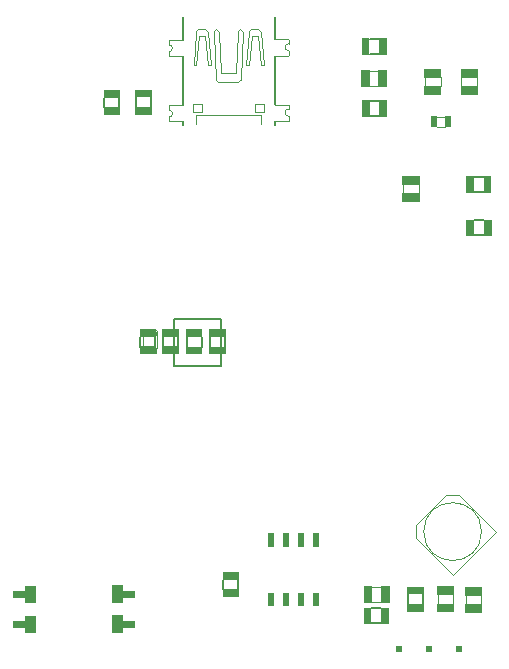
<source format=gbr>
G04 #@! TF.FileFunction,Drawing*
%FSLAX46Y46*%
G04 Gerber Fmt 4.6, Leading zero omitted, Abs format (unit mm)*
G04 Created by KiCad (PCBNEW 4.0.6) date 05/08/17 07:10:38*
%MOMM*%
%LPD*%
G01*
G04 APERTURE LIST*
%ADD10C,0.100000*%
%ADD11C,0.101600*%
%ADD12C,0.127000*%
%ADD13C,0.152400*%
G04 APERTURE END LIST*
D10*
D11*
X260664500Y-126476700D02*
X260664500Y-127238700D01*
X259344500Y-126501700D02*
X259344500Y-127238700D01*
D10*
G36*
X259280600Y-125765500D02*
X259280600Y-126515600D01*
X260730700Y-126515600D01*
X260730700Y-125765500D01*
X259280600Y-125765500D01*
G37*
G36*
X259280600Y-127213300D02*
X259280600Y-127963400D01*
X260730700Y-127963400D01*
X260730700Y-127213300D01*
X259280600Y-127213300D01*
G37*
D11*
X263052100Y-126527500D02*
X263052100Y-127289500D01*
X261732100Y-126552500D02*
X261732100Y-127289500D01*
D10*
G36*
X261668200Y-125816300D02*
X261668200Y-126566400D01*
X263118300Y-126566400D01*
X263118300Y-125816300D01*
X261668200Y-125816300D01*
G37*
G36*
X261668200Y-127264100D02*
X261668200Y-128014200D01*
X263118300Y-128014200D01*
X263118300Y-127264100D01*
X261668200Y-127264100D01*
G37*
D11*
X253781500Y-125791300D02*
X254543500Y-125791300D01*
X253806500Y-127111300D02*
X254543500Y-127111300D01*
D10*
G36*
X253070300Y-127175200D02*
X253820400Y-127175200D01*
X253820400Y-125725100D01*
X253070300Y-125725100D01*
X253070300Y-127175200D01*
G37*
G36*
X254518100Y-127175200D02*
X255268200Y-127175200D01*
X255268200Y-125725100D01*
X254518100Y-125725100D01*
X254518100Y-127175200D01*
G37*
D12*
X237740300Y-80888300D02*
X237740300Y-84988300D01*
D11*
X244599400Y-81581200D02*
X244391700Y-78829800D01*
X244184100Y-78570300D02*
G75*
G02X244391700Y-78829800I-86300J-281830D01*
G01*
X243613000Y-78570300D02*
G75*
G02X244184100Y-78570300I285550J-931100D01*
G01*
X243405399Y-78829799D02*
G75*
G02X243613000Y-78570300I293900J-22331D01*
G01*
X243405400Y-78829800D02*
X243145800Y-81581200D01*
X243145800Y-81581200D02*
X243353500Y-81581200D01*
X243353500Y-81581200D02*
X243613000Y-79193200D01*
X243613000Y-79193200D02*
X244132200Y-79193200D01*
X244132200Y-79193200D02*
X244391700Y-81581200D01*
X244391700Y-81581200D02*
X244599400Y-81581200D01*
X242886200Y-78829900D02*
X242678600Y-82879100D01*
X242470899Y-83086701D02*
G75*
G03X242678600Y-82879100I-11894J219601D01*
G01*
X242678600Y-78622200D02*
G75*
G02X242886200Y-78829800I0J-207600D01*
G01*
X242470900Y-78829800D02*
G75*
G02X242678500Y-78622200I207600J0D01*
G01*
X242470900Y-78829800D02*
X242263300Y-82256100D01*
X238681400Y-81581200D02*
X238889100Y-78829800D01*
X239096700Y-78570300D02*
G75*
G03X238889100Y-78829800I86300J-281830D01*
G01*
X239667800Y-78570300D02*
G75*
G03X239096700Y-78570300I-285550J-931100D01*
G01*
X239875401Y-78829799D02*
G75*
G03X239667800Y-78570300I-293900J-22331D01*
G01*
X239875400Y-78829800D02*
X240135000Y-81581200D01*
X240135000Y-81581200D02*
X239927300Y-81581200D01*
X239927300Y-81581200D02*
X239667800Y-79193200D01*
X239667800Y-79193200D02*
X239148600Y-79193200D01*
X239148600Y-79193200D02*
X238889100Y-81581200D01*
X238889100Y-81581200D02*
X238681400Y-81581200D01*
X240394600Y-78829900D02*
X240602200Y-82879100D01*
X240809902Y-83086700D02*
G75*
G02X240602200Y-82879100I11993J219701D01*
G01*
X240809900Y-83086700D02*
X242471000Y-83086700D01*
X240602200Y-78622200D02*
G75*
G03X240394600Y-78829800I0J-207600D01*
G01*
X240809900Y-78829800D02*
G75*
G03X240602300Y-78622200I-207600J0D01*
G01*
X240809900Y-78829800D02*
X241017500Y-82256100D01*
X241017500Y-82256100D02*
X242263500Y-82256100D01*
X237760300Y-86387700D02*
X236610300Y-86387700D01*
X236610300Y-85009100D02*
X237760300Y-85009100D01*
X236590300Y-86028300D02*
G75*
G03X236590300Y-85428300I0J300000D01*
G01*
X236590300Y-86378300D02*
X236590300Y-86028300D01*
X236590300Y-85028300D02*
X236590300Y-85428300D01*
X237760300Y-80847700D02*
X236610300Y-80847700D01*
X236610300Y-79469100D02*
X237760300Y-79469100D01*
X236590300Y-80488300D02*
G75*
G03X236590300Y-79888300I0J300000D01*
G01*
X236590300Y-80838300D02*
X236590300Y-80488300D01*
X236590300Y-79488300D02*
X236590300Y-79888300D01*
X245550300Y-84988900D02*
X246700300Y-84988900D01*
X246700300Y-86367500D02*
X245550300Y-86367500D01*
X246720300Y-85348300D02*
G75*
G03X246720300Y-85948300I0J-300000D01*
G01*
X246720300Y-84998300D02*
X246720300Y-85348300D01*
X246720300Y-86348300D02*
X246720300Y-85948300D01*
X245550300Y-79448900D02*
X246700300Y-79448900D01*
X246700300Y-80827500D02*
X245550300Y-80827500D01*
X246720300Y-79808300D02*
G75*
G03X246720300Y-80408300I0J-300000D01*
G01*
X246720300Y-79458300D02*
X246720300Y-79808300D01*
X246720300Y-80808300D02*
X246720300Y-80408300D01*
D12*
X245540300Y-80838300D02*
X245540300Y-84938300D01*
D11*
X244390300Y-86628300D02*
X244390300Y-85878300D01*
X244390300Y-85878300D02*
X238890300Y-85878300D01*
X238890300Y-85878300D02*
X238890300Y-86628300D01*
X243890300Y-85628300D02*
X243890300Y-84878300D01*
X243890300Y-84878300D02*
X244640300Y-84878300D01*
X244640300Y-84878300D02*
X244640300Y-85628300D01*
X244640300Y-85628300D02*
X243890300Y-85628300D01*
X238640300Y-85628300D02*
X239390300Y-85628300D01*
X239390300Y-85628300D02*
X239390300Y-84878300D01*
X239390300Y-84878300D02*
X238640300Y-84878300D01*
X238640300Y-84878300D02*
X238640300Y-85628300D01*
D12*
X245540300Y-77528300D02*
X245540300Y-79428300D01*
X237740300Y-77528300D02*
X237740300Y-79428300D01*
X245540300Y-86728300D02*
X245540300Y-86378300D01*
X237740300Y-86728300D02*
X237740300Y-86428300D01*
D10*
G36*
X258328100Y-131353500D02*
X258836100Y-131353500D01*
X258836100Y-130845500D01*
X258328100Y-130845500D01*
X258328100Y-131353500D01*
G37*
G36*
X255788100Y-131353500D02*
X256296100Y-131353500D01*
X256296100Y-130845500D01*
X255788100Y-130845500D01*
X255788100Y-131353500D01*
G37*
G36*
X260868100Y-131353500D02*
X261376100Y-131353500D01*
X261376100Y-130845500D01*
X260868100Y-130845500D01*
X260868100Y-131353500D01*
G37*
D11*
X234635500Y-104089900D02*
G75*
G03X235335500Y-104089900I350000J0D01*
G01*
X234635500Y-106089900D02*
G75*
G02X235335500Y-106089900I350000J0D01*
G01*
X234410500Y-104564900D02*
X234410500Y-105614900D01*
X235560500Y-105589900D02*
X235560500Y-104164900D01*
X235538500Y-104239900D02*
G75*
G03X235538500Y-104239900I-103000J0D01*
G01*
D10*
G36*
X234685500Y-104589900D02*
X234360500Y-104589900D01*
X234360500Y-104089900D01*
X234685500Y-104089900D01*
X234685500Y-104589900D01*
G37*
G36*
X235310500Y-104589900D02*
X235160500Y-104589900D01*
X235160500Y-104339900D01*
X235310500Y-104339900D01*
X235310500Y-104589900D01*
G37*
G36*
X234810500Y-104589900D02*
X234660500Y-104589900D01*
X234660500Y-104339900D01*
X234810500Y-104339900D01*
X234810500Y-104589900D01*
G37*
G36*
X235185500Y-104589900D02*
X234785500Y-104589900D01*
X234785500Y-104414900D01*
X235185500Y-104414900D01*
X235185500Y-104589900D01*
G37*
G36*
X234685500Y-106089900D02*
X234360500Y-106089900D01*
X234360500Y-105589900D01*
X234685500Y-105589900D01*
X234685500Y-106089900D01*
G37*
G36*
X235610500Y-106089900D02*
X235285500Y-106089900D01*
X235285500Y-105589900D01*
X235610500Y-105589900D01*
X235610500Y-106089900D01*
G37*
G36*
X234810500Y-105839900D02*
X234660500Y-105839900D01*
X234660500Y-105589900D01*
X234810500Y-105589900D01*
X234810500Y-105839900D01*
G37*
G36*
X235310500Y-105839900D02*
X235160500Y-105839900D01*
X235160500Y-105589900D01*
X235310500Y-105589900D01*
X235310500Y-105839900D01*
G37*
G36*
X235185500Y-105764900D02*
X234785500Y-105764900D01*
X234785500Y-105589900D01*
X235185500Y-105589900D01*
X235185500Y-105764900D01*
G37*
G36*
X235585500Y-104589900D02*
X235285500Y-104589900D01*
X235285500Y-104289900D01*
X235585500Y-104289900D01*
X235585500Y-104589900D01*
G37*
G36*
X235610500Y-104164900D02*
X235385500Y-104164900D01*
X235385500Y-104089900D01*
X235610500Y-104089900D01*
X235610500Y-104164900D01*
G37*
D13*
X253574700Y-79410500D02*
X254394700Y-79410500D01*
X253574700Y-80680500D02*
X254394700Y-80680500D01*
D10*
G36*
X254391100Y-80744000D02*
X255041100Y-80744000D01*
X255041100Y-79344000D01*
X254391100Y-79344000D01*
X254391100Y-80744000D01*
G37*
G36*
X252917900Y-80744000D02*
X253567900Y-80744000D01*
X253567900Y-79344000D01*
X252917900Y-79344000D01*
X252917900Y-80744000D01*
G37*
D13*
X242462100Y-125184700D02*
X242462100Y-126004700D01*
X241192100Y-125184700D02*
X241192100Y-126004700D01*
D10*
G36*
X241128600Y-126001100D02*
X241128600Y-126651100D01*
X242528600Y-126651100D01*
X242528600Y-126001100D01*
X241128600Y-126001100D01*
G37*
G36*
X241128600Y-124527900D02*
X241128600Y-125177900D01*
X242528600Y-125177900D01*
X242528600Y-124527900D01*
X241128600Y-124527900D01*
G37*
D13*
X253727100Y-127619700D02*
X254547100Y-127619700D01*
X253727100Y-128889700D02*
X254547100Y-128889700D01*
D10*
G36*
X254543500Y-128953200D02*
X255193500Y-128953200D01*
X255193500Y-127553200D01*
X254543500Y-127553200D01*
X254543500Y-128953200D01*
G37*
G36*
X253070300Y-128953200D02*
X253720300Y-128953200D01*
X253720300Y-127553200D01*
X253070300Y-127553200D01*
X253070300Y-128953200D01*
G37*
D13*
X256854900Y-127242300D02*
X256854900Y-126422300D01*
X258124900Y-127242300D02*
X258124900Y-126422300D01*
D10*
G36*
X258188400Y-126425900D02*
X258188400Y-125775900D01*
X256788400Y-125775900D01*
X256788400Y-126425900D01*
X258188400Y-126425900D01*
G37*
G36*
X258188400Y-127899100D02*
X258188400Y-127249100D01*
X256788400Y-127249100D01*
X256788400Y-127899100D01*
X258188400Y-127899100D01*
G37*
D13*
X235442700Y-104629100D02*
X235442700Y-105449100D01*
X234172700Y-104629100D02*
X234172700Y-105449100D01*
D10*
G36*
X234109200Y-105445500D02*
X234109200Y-106095500D01*
X235509200Y-106095500D01*
X235509200Y-105445500D01*
X234109200Y-105445500D01*
G37*
G36*
X234109200Y-103972300D02*
X234109200Y-104622300D01*
X235509200Y-104622300D01*
X235509200Y-103972300D01*
X234109200Y-103972300D01*
G37*
D13*
X231124700Y-85205300D02*
X231124700Y-84385300D01*
X232394700Y-85205300D02*
X232394700Y-84385300D01*
D10*
G36*
X232458200Y-84388900D02*
X232458200Y-83738900D01*
X231058200Y-83738900D01*
X231058200Y-84388900D01*
X232458200Y-84388900D01*
G37*
G36*
X232458200Y-85862100D02*
X232458200Y-85212100D01*
X231058200Y-85212100D01*
X231058200Y-85862100D01*
X232458200Y-85862100D01*
G37*
D13*
X233791700Y-85179900D02*
X233791700Y-84359900D01*
X235061700Y-85179900D02*
X235061700Y-84359900D01*
D10*
G36*
X235125200Y-84363500D02*
X235125200Y-83713500D01*
X233725200Y-83713500D01*
X233725200Y-84363500D01*
X235125200Y-84363500D01*
G37*
G36*
X235125200Y-85836700D02*
X235125200Y-85186700D01*
X233725200Y-85186700D01*
X233725200Y-85836700D01*
X235125200Y-85836700D01*
G37*
G36*
X245450300Y-126298900D02*
X244942300Y-126298900D01*
X244942300Y-127441900D01*
X245450300Y-127441900D01*
X245450300Y-126298900D01*
G37*
G36*
X249260300Y-121244300D02*
X248752300Y-121244300D01*
X248752300Y-122387300D01*
X249260300Y-122387300D01*
X249260300Y-121244300D01*
G37*
G36*
X247990300Y-121244300D02*
X247482300Y-121244300D01*
X247482300Y-122387300D01*
X247990300Y-122387300D01*
X247990300Y-121244300D01*
G37*
G36*
X246720300Y-121269700D02*
X246212300Y-121269700D01*
X246212300Y-122412700D01*
X246720300Y-122412700D01*
X246720300Y-121269700D01*
G37*
G36*
X245450300Y-121244300D02*
X244942300Y-121244300D01*
X244942300Y-122387300D01*
X245450300Y-122387300D01*
X245450300Y-121244300D01*
G37*
G36*
X246720300Y-126298900D02*
X246212300Y-126298900D01*
X246212300Y-127441900D01*
X246720300Y-127441900D01*
X246720300Y-126298900D01*
G37*
G36*
X247990300Y-126298900D02*
X247482300Y-126298900D01*
X247482300Y-127441900D01*
X247990300Y-127441900D01*
X247990300Y-126298900D01*
G37*
G36*
X249260300Y-126298900D02*
X248752300Y-126298900D01*
X248752300Y-127441900D01*
X249260300Y-127441900D01*
X249260300Y-126298900D01*
G37*
D13*
X262439300Y-94777500D02*
X263259300Y-94777500D01*
X262439300Y-96047500D02*
X263259300Y-96047500D01*
D10*
G36*
X263255700Y-96111000D02*
X263905700Y-96111000D01*
X263905700Y-94711000D01*
X263255700Y-94711000D01*
X263255700Y-96111000D01*
G37*
G36*
X261782500Y-96111000D02*
X262432500Y-96111000D01*
X262432500Y-94711000D01*
X261782500Y-94711000D01*
X261782500Y-96111000D01*
G37*
D13*
X263233900Y-92364500D02*
X262413900Y-92364500D01*
X263233900Y-91094500D02*
X262413900Y-91094500D01*
D10*
G36*
X262417500Y-91031000D02*
X261767500Y-91031000D01*
X261767500Y-92431000D01*
X262417500Y-92431000D01*
X262417500Y-91031000D01*
G37*
G36*
X263890700Y-91031000D02*
X263240700Y-91031000D01*
X263240700Y-92431000D01*
X263890700Y-92431000D01*
X263890700Y-91031000D01*
G37*
D11*
X259292900Y-85988900D02*
X260004900Y-85988900D01*
X259292900Y-86839900D02*
X260004900Y-86839900D01*
D10*
G36*
X258810700Y-86890800D02*
X259310800Y-86890800D01*
X259310800Y-85940800D01*
X258810700Y-85940800D01*
X258810700Y-86890800D01*
G37*
G36*
X259979100Y-86890800D02*
X260479200Y-86890800D01*
X260479200Y-85940800D01*
X259979100Y-85940800D01*
X259979100Y-86890800D01*
G37*
D11*
X261351100Y-83423700D02*
X261351100Y-82661700D01*
X262671100Y-83398700D02*
X262671100Y-82661700D01*
D10*
G36*
X262735000Y-84134900D02*
X262735000Y-83384800D01*
X261284900Y-83384800D01*
X261284900Y-84134900D01*
X262735000Y-84134900D01*
G37*
G36*
X262735000Y-82687100D02*
X262735000Y-81937000D01*
X261284900Y-81937000D01*
X261284900Y-82687100D01*
X262735000Y-82687100D01*
G37*
D11*
X258277700Y-83423700D02*
X258277700Y-82661700D01*
X259597700Y-83398700D02*
X259597700Y-82661700D01*
D10*
G36*
X259661600Y-84134900D02*
X259661600Y-83384800D01*
X258211500Y-83384800D01*
X258211500Y-84134900D01*
X259661600Y-84134900D01*
G37*
G36*
X259661600Y-82687100D02*
X259661600Y-81937000D01*
X258211500Y-81937000D01*
X258211500Y-82687100D01*
X259661600Y-82687100D01*
G37*
D11*
X256423500Y-92491500D02*
X256423500Y-91729500D01*
X257743500Y-92466500D02*
X257743500Y-91729500D01*
D10*
G36*
X257807400Y-93202700D02*
X257807400Y-92452600D01*
X256357300Y-92452600D01*
X256357300Y-93202700D01*
X257807400Y-93202700D01*
G37*
G36*
X257807400Y-91754900D02*
X257807400Y-91004800D01*
X256357300Y-91004800D01*
X256357300Y-91754900D01*
X257807400Y-91754900D01*
G37*
D13*
X253600100Y-84668300D02*
X254420100Y-84668300D01*
X253600100Y-85938300D02*
X254420100Y-85938300D01*
D10*
G36*
X254416500Y-86001800D02*
X255066500Y-86001800D01*
X255066500Y-84601800D01*
X254416500Y-84601800D01*
X254416500Y-86001800D01*
G37*
G36*
X252943300Y-86001800D02*
X253593300Y-86001800D01*
X253593300Y-84601800D01*
X252943300Y-84601800D01*
X252943300Y-86001800D01*
G37*
D11*
X254365700Y-83423300D02*
X253603700Y-83423300D01*
X254340700Y-82103300D02*
X253603700Y-82103300D01*
D10*
G36*
X255076900Y-82039400D02*
X254326800Y-82039400D01*
X254326800Y-83489500D01*
X255076900Y-83489500D01*
X255076900Y-82039400D01*
G37*
G36*
X253629100Y-82039400D02*
X252879000Y-82039400D01*
X252879000Y-83489500D01*
X253629100Y-83489500D01*
X253629100Y-82039400D01*
G37*
G36*
X224431100Y-125689300D02*
X224431100Y-127187900D01*
X225345500Y-127187900D01*
X225345500Y-125689300D01*
X224431100Y-125689300D01*
G37*
G36*
X223364300Y-126121100D02*
X223364300Y-126730700D01*
X224431100Y-126730700D01*
X224431100Y-126121100D01*
X223364300Y-126121100D01*
G37*
G36*
X224431100Y-128229300D02*
X224431100Y-129727900D01*
X225345500Y-129727900D01*
X225345500Y-128229300D01*
X224431100Y-128229300D01*
G37*
G36*
X223364300Y-128661100D02*
X223364300Y-129270700D01*
X224431100Y-129270700D01*
X224431100Y-128661100D01*
X223364300Y-128661100D01*
G37*
G36*
X231746300Y-125663900D02*
X231746300Y-127162500D01*
X232660700Y-127162500D01*
X232660700Y-125663900D01*
X231746300Y-125663900D01*
G37*
G36*
X232660700Y-126121100D02*
X232660700Y-126730700D01*
X233727500Y-126730700D01*
X233727500Y-126121100D01*
X232660700Y-126121100D01*
G37*
G36*
X231746300Y-128203900D02*
X231746300Y-129702500D01*
X232660700Y-129702500D01*
X232660700Y-128203900D01*
X231746300Y-128203900D01*
G37*
G36*
X232660700Y-128661100D02*
X232660700Y-129270700D01*
X233727500Y-129270700D01*
X233727500Y-128661100D01*
X232660700Y-128661100D01*
G37*
D12*
X237023700Y-103140300D02*
X240973700Y-103140300D01*
X240973700Y-103140300D02*
X240973700Y-107090300D01*
X240973700Y-107090300D02*
X237023700Y-107090300D01*
X237023700Y-107090300D02*
X237023700Y-103140300D01*
D13*
X237373100Y-104629100D02*
X237373100Y-105449100D01*
X236103100Y-104629100D02*
X236103100Y-105449100D01*
D10*
G36*
X236039600Y-105445500D02*
X236039600Y-106095500D01*
X237439600Y-106095500D01*
X237439600Y-105445500D01*
X236039600Y-105445500D01*
G37*
G36*
X236039600Y-103972300D02*
X236039600Y-104622300D01*
X237439600Y-104622300D01*
X237439600Y-103972300D01*
X236039600Y-103972300D01*
G37*
D13*
X238084300Y-105449100D02*
X238084300Y-104629100D01*
X239354300Y-105449100D02*
X239354300Y-104629100D01*
D10*
G36*
X239417800Y-104632700D02*
X239417800Y-103982700D01*
X238017800Y-103982700D01*
X238017800Y-104632700D01*
X239417800Y-104632700D01*
G37*
G36*
X239417800Y-106105900D02*
X239417800Y-105455900D01*
X238017800Y-105455900D01*
X238017800Y-106105900D01*
X239417800Y-106105900D01*
G37*
D13*
X240065500Y-105449100D02*
X240065500Y-104629100D01*
X241335500Y-105449100D02*
X241335500Y-104629100D01*
D10*
G36*
X241399000Y-104632700D02*
X241399000Y-103982700D01*
X239999000Y-103982700D01*
X239999000Y-104632700D01*
X241399000Y-104632700D01*
G37*
G36*
X241399000Y-106105900D02*
X241399000Y-105455900D01*
X239999000Y-105455900D01*
X239999000Y-106105900D01*
X241399000Y-106105900D01*
G37*
D11*
X260610100Y-124795855D02*
X257498830Y-121684585D01*
X257498830Y-121684585D02*
X257498830Y-120553215D01*
X257498830Y-120553215D02*
X260044415Y-118007630D01*
X260044415Y-118007630D02*
X261175785Y-118007630D01*
X261175785Y-118007630D02*
X264287055Y-121118900D01*
X264287055Y-121118900D02*
X260610100Y-124795855D01*
X263060200Y-121118900D02*
G75*
G03X263060200Y-121118900I-2450100J0D01*
G01*
D10*
G36*
X260380290Y-123540741D02*
X263031941Y-120889090D01*
X260380290Y-123540741D01*
G37*
M02*

</source>
